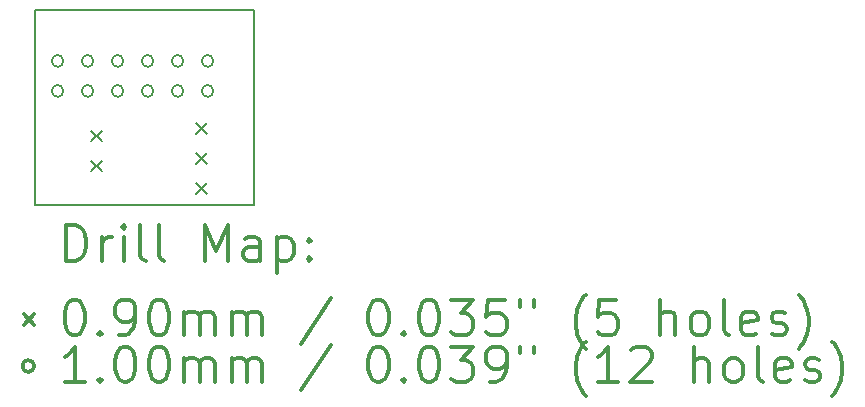
<source format=gbr>
%FSLAX45Y45*%
G04 Gerber Fmt 4.5, Leading zero omitted, Abs format (unit mm)*
G04 Created by KiCad (PCBNEW 4.0.6+dfsg1-1) date Wed May  9 09:07:01 2018*
%MOMM*%
%LPD*%
G01*
G04 APERTURE LIST*
%ADD10C,0.127000*%
%ADD11C,0.150000*%
%ADD12C,0.200000*%
%ADD13C,0.300000*%
G04 APERTURE END LIST*
D10*
D11*
X13462000Y-10287000D02*
X13462000Y-8636000D01*
X15316200Y-10287000D02*
X13462000Y-10287000D01*
X15316200Y-8636000D02*
X15316200Y-10287000D01*
X13462000Y-8636000D02*
X15316200Y-8636000D01*
D12*
X13937700Y-9657800D02*
X14027700Y-9747800D01*
X14027700Y-9657800D02*
X13937700Y-9747800D01*
X13937700Y-9911800D02*
X14027700Y-10001800D01*
X14027700Y-9911800D02*
X13937700Y-10001800D01*
X14826700Y-9594300D02*
X14916700Y-9684300D01*
X14916700Y-9594300D02*
X14826700Y-9684300D01*
X14826700Y-9848300D02*
X14916700Y-9938300D01*
X14916700Y-9848300D02*
X14826700Y-9938300D01*
X14826700Y-10102300D02*
X14916700Y-10192300D01*
X14916700Y-10102300D02*
X14826700Y-10192300D01*
X13702500Y-9067800D02*
G75*
G03X13702500Y-9067800I-50000J0D01*
G01*
X13702500Y-9321800D02*
G75*
G03X13702500Y-9321800I-50000J0D01*
G01*
X13956500Y-9067800D02*
G75*
G03X13956500Y-9067800I-50000J0D01*
G01*
X13956500Y-9321800D02*
G75*
G03X13956500Y-9321800I-50000J0D01*
G01*
X14210500Y-9067800D02*
G75*
G03X14210500Y-9067800I-50000J0D01*
G01*
X14210500Y-9321800D02*
G75*
G03X14210500Y-9321800I-50000J0D01*
G01*
X14464500Y-9067800D02*
G75*
G03X14464500Y-9067800I-50000J0D01*
G01*
X14464500Y-9321800D02*
G75*
G03X14464500Y-9321800I-50000J0D01*
G01*
X14718500Y-9067800D02*
G75*
G03X14718500Y-9067800I-50000J0D01*
G01*
X14718500Y-9321800D02*
G75*
G03X14718500Y-9321800I-50000J0D01*
G01*
X14972500Y-9067800D02*
G75*
G03X14972500Y-9067800I-50000J0D01*
G01*
X14972500Y-9321800D02*
G75*
G03X14972500Y-9321800I-50000J0D01*
G01*
D13*
X13725928Y-10760214D02*
X13725928Y-10460214D01*
X13797357Y-10460214D01*
X13840214Y-10474500D01*
X13868786Y-10503072D01*
X13883071Y-10531643D01*
X13897357Y-10588786D01*
X13897357Y-10631643D01*
X13883071Y-10688786D01*
X13868786Y-10717357D01*
X13840214Y-10745929D01*
X13797357Y-10760214D01*
X13725928Y-10760214D01*
X14025928Y-10760214D02*
X14025928Y-10560214D01*
X14025928Y-10617357D02*
X14040214Y-10588786D01*
X14054500Y-10574500D01*
X14083071Y-10560214D01*
X14111643Y-10560214D01*
X14211643Y-10760214D02*
X14211643Y-10560214D01*
X14211643Y-10460214D02*
X14197357Y-10474500D01*
X14211643Y-10488786D01*
X14225928Y-10474500D01*
X14211643Y-10460214D01*
X14211643Y-10488786D01*
X14397357Y-10760214D02*
X14368786Y-10745929D01*
X14354500Y-10717357D01*
X14354500Y-10460214D01*
X14554500Y-10760214D02*
X14525928Y-10745929D01*
X14511643Y-10717357D01*
X14511643Y-10460214D01*
X14897357Y-10760214D02*
X14897357Y-10460214D01*
X14997357Y-10674500D01*
X15097357Y-10460214D01*
X15097357Y-10760214D01*
X15368786Y-10760214D02*
X15368786Y-10603072D01*
X15354500Y-10574500D01*
X15325928Y-10560214D01*
X15268786Y-10560214D01*
X15240214Y-10574500D01*
X15368786Y-10745929D02*
X15340214Y-10760214D01*
X15268786Y-10760214D01*
X15240214Y-10745929D01*
X15225928Y-10717357D01*
X15225928Y-10688786D01*
X15240214Y-10660214D01*
X15268786Y-10645929D01*
X15340214Y-10645929D01*
X15368786Y-10631643D01*
X15511643Y-10560214D02*
X15511643Y-10860214D01*
X15511643Y-10574500D02*
X15540214Y-10560214D01*
X15597357Y-10560214D01*
X15625928Y-10574500D01*
X15640214Y-10588786D01*
X15654500Y-10617357D01*
X15654500Y-10703072D01*
X15640214Y-10731643D01*
X15625928Y-10745929D01*
X15597357Y-10760214D01*
X15540214Y-10760214D01*
X15511643Y-10745929D01*
X15783071Y-10731643D02*
X15797357Y-10745929D01*
X15783071Y-10760214D01*
X15768786Y-10745929D01*
X15783071Y-10731643D01*
X15783071Y-10760214D01*
X15783071Y-10574500D02*
X15797357Y-10588786D01*
X15783071Y-10603072D01*
X15768786Y-10588786D01*
X15783071Y-10574500D01*
X15783071Y-10603072D01*
X13364500Y-11209500D02*
X13454500Y-11299500D01*
X13454500Y-11209500D02*
X13364500Y-11299500D01*
X13783071Y-11090214D02*
X13811643Y-11090214D01*
X13840214Y-11104500D01*
X13854500Y-11118786D01*
X13868786Y-11147357D01*
X13883071Y-11204500D01*
X13883071Y-11275929D01*
X13868786Y-11333071D01*
X13854500Y-11361643D01*
X13840214Y-11375929D01*
X13811643Y-11390214D01*
X13783071Y-11390214D01*
X13754500Y-11375929D01*
X13740214Y-11361643D01*
X13725928Y-11333071D01*
X13711643Y-11275929D01*
X13711643Y-11204500D01*
X13725928Y-11147357D01*
X13740214Y-11118786D01*
X13754500Y-11104500D01*
X13783071Y-11090214D01*
X14011643Y-11361643D02*
X14025928Y-11375929D01*
X14011643Y-11390214D01*
X13997357Y-11375929D01*
X14011643Y-11361643D01*
X14011643Y-11390214D01*
X14168786Y-11390214D02*
X14225928Y-11390214D01*
X14254500Y-11375929D01*
X14268786Y-11361643D01*
X14297357Y-11318786D01*
X14311643Y-11261643D01*
X14311643Y-11147357D01*
X14297357Y-11118786D01*
X14283071Y-11104500D01*
X14254500Y-11090214D01*
X14197357Y-11090214D01*
X14168786Y-11104500D01*
X14154500Y-11118786D01*
X14140214Y-11147357D01*
X14140214Y-11218786D01*
X14154500Y-11247357D01*
X14168786Y-11261643D01*
X14197357Y-11275929D01*
X14254500Y-11275929D01*
X14283071Y-11261643D01*
X14297357Y-11247357D01*
X14311643Y-11218786D01*
X14497357Y-11090214D02*
X14525928Y-11090214D01*
X14554500Y-11104500D01*
X14568786Y-11118786D01*
X14583071Y-11147357D01*
X14597357Y-11204500D01*
X14597357Y-11275929D01*
X14583071Y-11333071D01*
X14568786Y-11361643D01*
X14554500Y-11375929D01*
X14525928Y-11390214D01*
X14497357Y-11390214D01*
X14468786Y-11375929D01*
X14454500Y-11361643D01*
X14440214Y-11333071D01*
X14425928Y-11275929D01*
X14425928Y-11204500D01*
X14440214Y-11147357D01*
X14454500Y-11118786D01*
X14468786Y-11104500D01*
X14497357Y-11090214D01*
X14725928Y-11390214D02*
X14725928Y-11190214D01*
X14725928Y-11218786D02*
X14740214Y-11204500D01*
X14768786Y-11190214D01*
X14811643Y-11190214D01*
X14840214Y-11204500D01*
X14854500Y-11233071D01*
X14854500Y-11390214D01*
X14854500Y-11233071D02*
X14868786Y-11204500D01*
X14897357Y-11190214D01*
X14940214Y-11190214D01*
X14968786Y-11204500D01*
X14983071Y-11233071D01*
X14983071Y-11390214D01*
X15125928Y-11390214D02*
X15125928Y-11190214D01*
X15125928Y-11218786D02*
X15140214Y-11204500D01*
X15168786Y-11190214D01*
X15211643Y-11190214D01*
X15240214Y-11204500D01*
X15254500Y-11233071D01*
X15254500Y-11390214D01*
X15254500Y-11233071D02*
X15268786Y-11204500D01*
X15297357Y-11190214D01*
X15340214Y-11190214D01*
X15368786Y-11204500D01*
X15383071Y-11233071D01*
X15383071Y-11390214D01*
X15968786Y-11075929D02*
X15711643Y-11461643D01*
X16354500Y-11090214D02*
X16383071Y-11090214D01*
X16411643Y-11104500D01*
X16425928Y-11118786D01*
X16440214Y-11147357D01*
X16454500Y-11204500D01*
X16454500Y-11275929D01*
X16440214Y-11333071D01*
X16425928Y-11361643D01*
X16411643Y-11375929D01*
X16383071Y-11390214D01*
X16354500Y-11390214D01*
X16325928Y-11375929D01*
X16311643Y-11361643D01*
X16297357Y-11333071D01*
X16283071Y-11275929D01*
X16283071Y-11204500D01*
X16297357Y-11147357D01*
X16311643Y-11118786D01*
X16325928Y-11104500D01*
X16354500Y-11090214D01*
X16583071Y-11361643D02*
X16597357Y-11375929D01*
X16583071Y-11390214D01*
X16568786Y-11375929D01*
X16583071Y-11361643D01*
X16583071Y-11390214D01*
X16783071Y-11090214D02*
X16811643Y-11090214D01*
X16840214Y-11104500D01*
X16854500Y-11118786D01*
X16868786Y-11147357D01*
X16883071Y-11204500D01*
X16883071Y-11275929D01*
X16868786Y-11333071D01*
X16854500Y-11361643D01*
X16840214Y-11375929D01*
X16811643Y-11390214D01*
X16783071Y-11390214D01*
X16754500Y-11375929D01*
X16740214Y-11361643D01*
X16725928Y-11333071D01*
X16711643Y-11275929D01*
X16711643Y-11204500D01*
X16725928Y-11147357D01*
X16740214Y-11118786D01*
X16754500Y-11104500D01*
X16783071Y-11090214D01*
X16983071Y-11090214D02*
X17168786Y-11090214D01*
X17068786Y-11204500D01*
X17111643Y-11204500D01*
X17140214Y-11218786D01*
X17154500Y-11233071D01*
X17168786Y-11261643D01*
X17168786Y-11333071D01*
X17154500Y-11361643D01*
X17140214Y-11375929D01*
X17111643Y-11390214D01*
X17025928Y-11390214D01*
X16997357Y-11375929D01*
X16983071Y-11361643D01*
X17440214Y-11090214D02*
X17297357Y-11090214D01*
X17283071Y-11233071D01*
X17297357Y-11218786D01*
X17325928Y-11204500D01*
X17397357Y-11204500D01*
X17425928Y-11218786D01*
X17440214Y-11233071D01*
X17454500Y-11261643D01*
X17454500Y-11333071D01*
X17440214Y-11361643D01*
X17425928Y-11375929D01*
X17397357Y-11390214D01*
X17325928Y-11390214D01*
X17297357Y-11375929D01*
X17283071Y-11361643D01*
X17568786Y-11090214D02*
X17568786Y-11147357D01*
X17683071Y-11090214D02*
X17683071Y-11147357D01*
X18125928Y-11504500D02*
X18111643Y-11490214D01*
X18083071Y-11447357D01*
X18068786Y-11418786D01*
X18054500Y-11375929D01*
X18040214Y-11304500D01*
X18040214Y-11247357D01*
X18054500Y-11175929D01*
X18068786Y-11133072D01*
X18083071Y-11104500D01*
X18111643Y-11061643D01*
X18125928Y-11047357D01*
X18383071Y-11090214D02*
X18240214Y-11090214D01*
X18225928Y-11233071D01*
X18240214Y-11218786D01*
X18268786Y-11204500D01*
X18340214Y-11204500D01*
X18368786Y-11218786D01*
X18383071Y-11233071D01*
X18397357Y-11261643D01*
X18397357Y-11333071D01*
X18383071Y-11361643D01*
X18368786Y-11375929D01*
X18340214Y-11390214D01*
X18268786Y-11390214D01*
X18240214Y-11375929D01*
X18225928Y-11361643D01*
X18754500Y-11390214D02*
X18754500Y-11090214D01*
X18883071Y-11390214D02*
X18883071Y-11233071D01*
X18868786Y-11204500D01*
X18840214Y-11190214D01*
X18797357Y-11190214D01*
X18768786Y-11204500D01*
X18754500Y-11218786D01*
X19068786Y-11390214D02*
X19040214Y-11375929D01*
X19025928Y-11361643D01*
X19011643Y-11333071D01*
X19011643Y-11247357D01*
X19025928Y-11218786D01*
X19040214Y-11204500D01*
X19068786Y-11190214D01*
X19111643Y-11190214D01*
X19140214Y-11204500D01*
X19154500Y-11218786D01*
X19168786Y-11247357D01*
X19168786Y-11333071D01*
X19154500Y-11361643D01*
X19140214Y-11375929D01*
X19111643Y-11390214D01*
X19068786Y-11390214D01*
X19340214Y-11390214D02*
X19311643Y-11375929D01*
X19297357Y-11347357D01*
X19297357Y-11090214D01*
X19568786Y-11375929D02*
X19540214Y-11390214D01*
X19483071Y-11390214D01*
X19454500Y-11375929D01*
X19440214Y-11347357D01*
X19440214Y-11233071D01*
X19454500Y-11204500D01*
X19483071Y-11190214D01*
X19540214Y-11190214D01*
X19568786Y-11204500D01*
X19583071Y-11233071D01*
X19583071Y-11261643D01*
X19440214Y-11290214D01*
X19697357Y-11375929D02*
X19725929Y-11390214D01*
X19783071Y-11390214D01*
X19811643Y-11375929D01*
X19825929Y-11347357D01*
X19825929Y-11333071D01*
X19811643Y-11304500D01*
X19783071Y-11290214D01*
X19740214Y-11290214D01*
X19711643Y-11275929D01*
X19697357Y-11247357D01*
X19697357Y-11233071D01*
X19711643Y-11204500D01*
X19740214Y-11190214D01*
X19783071Y-11190214D01*
X19811643Y-11204500D01*
X19925928Y-11504500D02*
X19940214Y-11490214D01*
X19968786Y-11447357D01*
X19983071Y-11418786D01*
X19997357Y-11375929D01*
X20011643Y-11304500D01*
X20011643Y-11247357D01*
X19997357Y-11175929D01*
X19983071Y-11133072D01*
X19968786Y-11104500D01*
X19940214Y-11061643D01*
X19925928Y-11047357D01*
X13454500Y-11650500D02*
G75*
G03X13454500Y-11650500I-50000J0D01*
G01*
X13883071Y-11786214D02*
X13711643Y-11786214D01*
X13797357Y-11786214D02*
X13797357Y-11486214D01*
X13768786Y-11529071D01*
X13740214Y-11557643D01*
X13711643Y-11571929D01*
X14011643Y-11757643D02*
X14025928Y-11771929D01*
X14011643Y-11786214D01*
X13997357Y-11771929D01*
X14011643Y-11757643D01*
X14011643Y-11786214D01*
X14211643Y-11486214D02*
X14240214Y-11486214D01*
X14268786Y-11500500D01*
X14283071Y-11514786D01*
X14297357Y-11543357D01*
X14311643Y-11600500D01*
X14311643Y-11671929D01*
X14297357Y-11729071D01*
X14283071Y-11757643D01*
X14268786Y-11771929D01*
X14240214Y-11786214D01*
X14211643Y-11786214D01*
X14183071Y-11771929D01*
X14168786Y-11757643D01*
X14154500Y-11729071D01*
X14140214Y-11671929D01*
X14140214Y-11600500D01*
X14154500Y-11543357D01*
X14168786Y-11514786D01*
X14183071Y-11500500D01*
X14211643Y-11486214D01*
X14497357Y-11486214D02*
X14525928Y-11486214D01*
X14554500Y-11500500D01*
X14568786Y-11514786D01*
X14583071Y-11543357D01*
X14597357Y-11600500D01*
X14597357Y-11671929D01*
X14583071Y-11729071D01*
X14568786Y-11757643D01*
X14554500Y-11771929D01*
X14525928Y-11786214D01*
X14497357Y-11786214D01*
X14468786Y-11771929D01*
X14454500Y-11757643D01*
X14440214Y-11729071D01*
X14425928Y-11671929D01*
X14425928Y-11600500D01*
X14440214Y-11543357D01*
X14454500Y-11514786D01*
X14468786Y-11500500D01*
X14497357Y-11486214D01*
X14725928Y-11786214D02*
X14725928Y-11586214D01*
X14725928Y-11614786D02*
X14740214Y-11600500D01*
X14768786Y-11586214D01*
X14811643Y-11586214D01*
X14840214Y-11600500D01*
X14854500Y-11629071D01*
X14854500Y-11786214D01*
X14854500Y-11629071D02*
X14868786Y-11600500D01*
X14897357Y-11586214D01*
X14940214Y-11586214D01*
X14968786Y-11600500D01*
X14983071Y-11629071D01*
X14983071Y-11786214D01*
X15125928Y-11786214D02*
X15125928Y-11586214D01*
X15125928Y-11614786D02*
X15140214Y-11600500D01*
X15168786Y-11586214D01*
X15211643Y-11586214D01*
X15240214Y-11600500D01*
X15254500Y-11629071D01*
X15254500Y-11786214D01*
X15254500Y-11629071D02*
X15268786Y-11600500D01*
X15297357Y-11586214D01*
X15340214Y-11586214D01*
X15368786Y-11600500D01*
X15383071Y-11629071D01*
X15383071Y-11786214D01*
X15968786Y-11471929D02*
X15711643Y-11857643D01*
X16354500Y-11486214D02*
X16383071Y-11486214D01*
X16411643Y-11500500D01*
X16425928Y-11514786D01*
X16440214Y-11543357D01*
X16454500Y-11600500D01*
X16454500Y-11671929D01*
X16440214Y-11729071D01*
X16425928Y-11757643D01*
X16411643Y-11771929D01*
X16383071Y-11786214D01*
X16354500Y-11786214D01*
X16325928Y-11771929D01*
X16311643Y-11757643D01*
X16297357Y-11729071D01*
X16283071Y-11671929D01*
X16283071Y-11600500D01*
X16297357Y-11543357D01*
X16311643Y-11514786D01*
X16325928Y-11500500D01*
X16354500Y-11486214D01*
X16583071Y-11757643D02*
X16597357Y-11771929D01*
X16583071Y-11786214D01*
X16568786Y-11771929D01*
X16583071Y-11757643D01*
X16583071Y-11786214D01*
X16783071Y-11486214D02*
X16811643Y-11486214D01*
X16840214Y-11500500D01*
X16854500Y-11514786D01*
X16868786Y-11543357D01*
X16883071Y-11600500D01*
X16883071Y-11671929D01*
X16868786Y-11729071D01*
X16854500Y-11757643D01*
X16840214Y-11771929D01*
X16811643Y-11786214D01*
X16783071Y-11786214D01*
X16754500Y-11771929D01*
X16740214Y-11757643D01*
X16725928Y-11729071D01*
X16711643Y-11671929D01*
X16711643Y-11600500D01*
X16725928Y-11543357D01*
X16740214Y-11514786D01*
X16754500Y-11500500D01*
X16783071Y-11486214D01*
X16983071Y-11486214D02*
X17168786Y-11486214D01*
X17068786Y-11600500D01*
X17111643Y-11600500D01*
X17140214Y-11614786D01*
X17154500Y-11629071D01*
X17168786Y-11657643D01*
X17168786Y-11729071D01*
X17154500Y-11757643D01*
X17140214Y-11771929D01*
X17111643Y-11786214D01*
X17025928Y-11786214D01*
X16997357Y-11771929D01*
X16983071Y-11757643D01*
X17311643Y-11786214D02*
X17368786Y-11786214D01*
X17397357Y-11771929D01*
X17411643Y-11757643D01*
X17440214Y-11714786D01*
X17454500Y-11657643D01*
X17454500Y-11543357D01*
X17440214Y-11514786D01*
X17425928Y-11500500D01*
X17397357Y-11486214D01*
X17340214Y-11486214D01*
X17311643Y-11500500D01*
X17297357Y-11514786D01*
X17283071Y-11543357D01*
X17283071Y-11614786D01*
X17297357Y-11643357D01*
X17311643Y-11657643D01*
X17340214Y-11671929D01*
X17397357Y-11671929D01*
X17425928Y-11657643D01*
X17440214Y-11643357D01*
X17454500Y-11614786D01*
X17568786Y-11486214D02*
X17568786Y-11543357D01*
X17683071Y-11486214D02*
X17683071Y-11543357D01*
X18125928Y-11900500D02*
X18111643Y-11886214D01*
X18083071Y-11843357D01*
X18068786Y-11814786D01*
X18054500Y-11771929D01*
X18040214Y-11700500D01*
X18040214Y-11643357D01*
X18054500Y-11571929D01*
X18068786Y-11529071D01*
X18083071Y-11500500D01*
X18111643Y-11457643D01*
X18125928Y-11443357D01*
X18397357Y-11786214D02*
X18225928Y-11786214D01*
X18311643Y-11786214D02*
X18311643Y-11486214D01*
X18283071Y-11529071D01*
X18254500Y-11557643D01*
X18225928Y-11571929D01*
X18511643Y-11514786D02*
X18525928Y-11500500D01*
X18554500Y-11486214D01*
X18625928Y-11486214D01*
X18654500Y-11500500D01*
X18668786Y-11514786D01*
X18683071Y-11543357D01*
X18683071Y-11571929D01*
X18668786Y-11614786D01*
X18497357Y-11786214D01*
X18683071Y-11786214D01*
X19040214Y-11786214D02*
X19040214Y-11486214D01*
X19168786Y-11786214D02*
X19168786Y-11629071D01*
X19154500Y-11600500D01*
X19125928Y-11586214D01*
X19083071Y-11586214D01*
X19054500Y-11600500D01*
X19040214Y-11614786D01*
X19354500Y-11786214D02*
X19325928Y-11771929D01*
X19311643Y-11757643D01*
X19297357Y-11729071D01*
X19297357Y-11643357D01*
X19311643Y-11614786D01*
X19325928Y-11600500D01*
X19354500Y-11586214D01*
X19397357Y-11586214D01*
X19425928Y-11600500D01*
X19440214Y-11614786D01*
X19454500Y-11643357D01*
X19454500Y-11729071D01*
X19440214Y-11757643D01*
X19425928Y-11771929D01*
X19397357Y-11786214D01*
X19354500Y-11786214D01*
X19625928Y-11786214D02*
X19597357Y-11771929D01*
X19583071Y-11743357D01*
X19583071Y-11486214D01*
X19854500Y-11771929D02*
X19825929Y-11786214D01*
X19768786Y-11786214D01*
X19740214Y-11771929D01*
X19725929Y-11743357D01*
X19725929Y-11629071D01*
X19740214Y-11600500D01*
X19768786Y-11586214D01*
X19825929Y-11586214D01*
X19854500Y-11600500D01*
X19868786Y-11629071D01*
X19868786Y-11657643D01*
X19725929Y-11686214D01*
X19983071Y-11771929D02*
X20011643Y-11786214D01*
X20068786Y-11786214D01*
X20097357Y-11771929D01*
X20111643Y-11743357D01*
X20111643Y-11729071D01*
X20097357Y-11700500D01*
X20068786Y-11686214D01*
X20025929Y-11686214D01*
X19997357Y-11671929D01*
X19983071Y-11643357D01*
X19983071Y-11629071D01*
X19997357Y-11600500D01*
X20025929Y-11586214D01*
X20068786Y-11586214D01*
X20097357Y-11600500D01*
X20211643Y-11900500D02*
X20225929Y-11886214D01*
X20254500Y-11843357D01*
X20268786Y-11814786D01*
X20283071Y-11771929D01*
X20297357Y-11700500D01*
X20297357Y-11643357D01*
X20283071Y-11571929D01*
X20268786Y-11529071D01*
X20254500Y-11500500D01*
X20225929Y-11457643D01*
X20211643Y-11443357D01*
M02*

</source>
